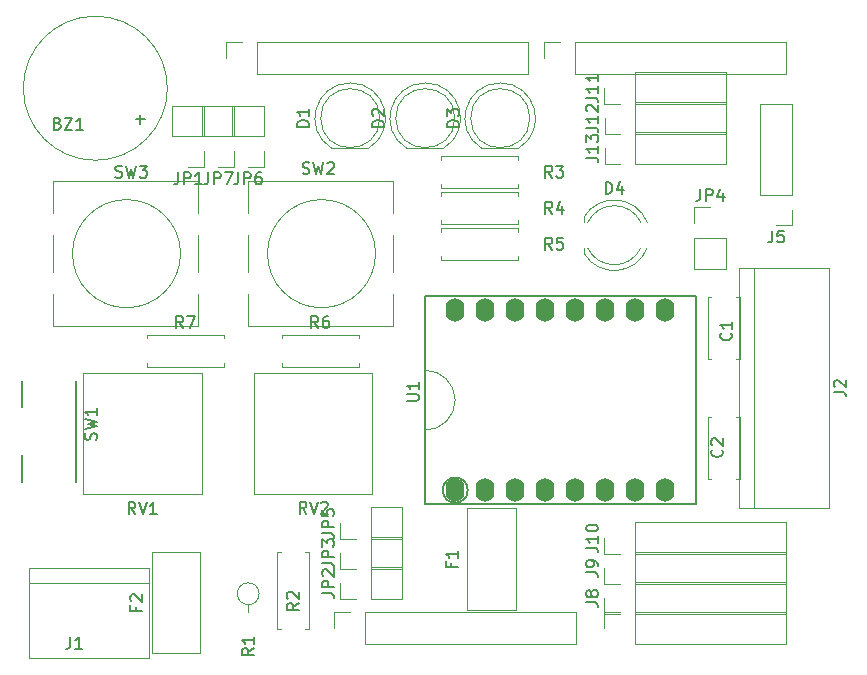
<source format=gbr>
%TF.GenerationSoftware,KiCad,Pcbnew,6.0.10-86aedd382b~118~ubuntu20.04.1*%
%TF.CreationDate,2023-01-05T13:57:26+01:00*%
%TF.ProjectId,BATConcho,42415443-6f6e-4636-986f-2e6b69636164,rev?*%
%TF.SameCoordinates,Original*%
%TF.FileFunction,Legend,Top*%
%TF.FilePolarity,Positive*%
%FSLAX46Y46*%
G04 Gerber Fmt 4.6, Leading zero omitted, Abs format (unit mm)*
G04 Created by KiCad (PCBNEW 6.0.10-86aedd382b~118~ubuntu20.04.1) date 2023-01-05 13:57:26*
%MOMM*%
%LPD*%
G01*
G04 APERTURE LIST*
%ADD10C,0.150000*%
%ADD11C,0.120000*%
%ADD12O,1.600000X2.000000*%
G04 APERTURE END LIST*
D10*
%TO.C,R2*%
X123566380Y-95340666D02*
X123090190Y-95674000D01*
X123566380Y-95912095D02*
X122566380Y-95912095D01*
X122566380Y-95531142D01*
X122614000Y-95435904D01*
X122661619Y-95388285D01*
X122756857Y-95340666D01*
X122899714Y-95340666D01*
X122994952Y-95388285D01*
X123042571Y-95435904D01*
X123090190Y-95531142D01*
X123090190Y-95912095D01*
X122661619Y-94959714D02*
X122614000Y-94912095D01*
X122566380Y-94816857D01*
X122566380Y-94578761D01*
X122614000Y-94483523D01*
X122661619Y-94435904D01*
X122756857Y-94388285D01*
X122852095Y-94388285D01*
X122994952Y-94435904D01*
X123566380Y-95007333D01*
X123566380Y-94388285D01*
%TO.C,J10*%
X147922380Y-90649523D02*
X148636666Y-90649523D01*
X148779523Y-90697142D01*
X148874761Y-90792380D01*
X148922380Y-90935238D01*
X148922380Y-91030476D01*
X148922380Y-89649523D02*
X148922380Y-90220952D01*
X148922380Y-89935238D02*
X147922380Y-89935238D01*
X148065238Y-90030476D01*
X148160476Y-90125714D01*
X148208095Y-90220952D01*
X147922380Y-89030476D02*
X147922380Y-88935238D01*
X147970000Y-88840000D01*
X148017619Y-88792380D01*
X148112857Y-88744761D01*
X148303333Y-88697142D01*
X148541428Y-88697142D01*
X148731904Y-88744761D01*
X148827142Y-88792380D01*
X148874761Y-88840000D01*
X148922380Y-88935238D01*
X148922380Y-89030476D01*
X148874761Y-89125714D01*
X148827142Y-89173333D01*
X148731904Y-89220952D01*
X148541428Y-89268571D01*
X148303333Y-89268571D01*
X148112857Y-89220952D01*
X148017619Y-89173333D01*
X147970000Y-89125714D01*
X147922380Y-89030476D01*
%TO.C,F1*%
X136504571Y-91951333D02*
X136504571Y-92284666D01*
X137028380Y-92284666D02*
X136028380Y-92284666D01*
X136028380Y-91808476D01*
X137028380Y-90903714D02*
X137028380Y-91475142D01*
X137028380Y-91189428D02*
X136028380Y-91189428D01*
X136171238Y-91284666D01*
X136266476Y-91379904D01*
X136314095Y-91475142D01*
%TO.C,J11*%
X147922380Y-52549523D02*
X148636666Y-52549523D01*
X148779523Y-52597142D01*
X148874761Y-52692380D01*
X148922380Y-52835238D01*
X148922380Y-52930476D01*
X148922380Y-51549523D02*
X148922380Y-52120952D01*
X148922380Y-51835238D02*
X147922380Y-51835238D01*
X148065238Y-51930476D01*
X148160476Y-52025714D01*
X148208095Y-52120952D01*
X148922380Y-50597142D02*
X148922380Y-51168571D01*
X148922380Y-50882857D02*
X147922380Y-50882857D01*
X148065238Y-50978095D01*
X148160476Y-51073333D01*
X148208095Y-51168571D01*
%TO.C,D4*%
X149558904Y-60678380D02*
X149558904Y-59678380D01*
X149797000Y-59678380D01*
X149939857Y-59726000D01*
X150035095Y-59821238D01*
X150082714Y-59916476D01*
X150130333Y-60106952D01*
X150130333Y-60249809D01*
X150082714Y-60440285D01*
X150035095Y-60535523D01*
X149939857Y-60630761D01*
X149797000Y-60678380D01*
X149558904Y-60678380D01*
X150987476Y-60011714D02*
X150987476Y-60678380D01*
X150749380Y-59630761D02*
X150511285Y-60345047D01*
X151130333Y-60345047D01*
%TO.C,SW2*%
X123906666Y-58954761D02*
X124049523Y-59002380D01*
X124287619Y-59002380D01*
X124382857Y-58954761D01*
X124430476Y-58907142D01*
X124478095Y-58811904D01*
X124478095Y-58716666D01*
X124430476Y-58621428D01*
X124382857Y-58573809D01*
X124287619Y-58526190D01*
X124097142Y-58478571D01*
X124001904Y-58430952D01*
X123954285Y-58383333D01*
X123906666Y-58288095D01*
X123906666Y-58192857D01*
X123954285Y-58097619D01*
X124001904Y-58050000D01*
X124097142Y-58002380D01*
X124335238Y-58002380D01*
X124478095Y-58050000D01*
X124811428Y-58002380D02*
X125049523Y-59002380D01*
X125240000Y-58288095D01*
X125430476Y-59002380D01*
X125668571Y-58002380D01*
X126001904Y-58097619D02*
X126049523Y-58050000D01*
X126144761Y-58002380D01*
X126382857Y-58002380D01*
X126478095Y-58050000D01*
X126525714Y-58097619D01*
X126573333Y-58192857D01*
X126573333Y-58288095D01*
X126525714Y-58430952D01*
X125954285Y-59002380D01*
X126573333Y-59002380D01*
%TO.C,RV2*%
X124234761Y-87752380D02*
X123901428Y-87276190D01*
X123663333Y-87752380D02*
X123663333Y-86752380D01*
X124044285Y-86752380D01*
X124139523Y-86800000D01*
X124187142Y-86847619D01*
X124234761Y-86942857D01*
X124234761Y-87085714D01*
X124187142Y-87180952D01*
X124139523Y-87228571D01*
X124044285Y-87276190D01*
X123663333Y-87276190D01*
X124520476Y-86752380D02*
X124853809Y-87752380D01*
X125187142Y-86752380D01*
X125472857Y-86847619D02*
X125520476Y-86800000D01*
X125615714Y-86752380D01*
X125853809Y-86752380D01*
X125949047Y-86800000D01*
X125996666Y-86847619D01*
X126044285Y-86942857D01*
X126044285Y-87038095D01*
X125996666Y-87180952D01*
X125425238Y-87752380D01*
X126044285Y-87752380D01*
%TO.C,D2*%
X130782380Y-55018095D02*
X129782380Y-55018095D01*
X129782380Y-54780000D01*
X129830000Y-54637142D01*
X129925238Y-54541904D01*
X130020476Y-54494285D01*
X130210952Y-54446666D01*
X130353809Y-54446666D01*
X130544285Y-54494285D01*
X130639523Y-54541904D01*
X130734761Y-54637142D01*
X130782380Y-54780000D01*
X130782380Y-55018095D01*
X129877619Y-54065714D02*
X129830000Y-54018095D01*
X129782380Y-53922857D01*
X129782380Y-53684761D01*
X129830000Y-53589523D01*
X129877619Y-53541904D01*
X129972857Y-53494285D01*
X130068095Y-53494285D01*
X130210952Y-53541904D01*
X130782380Y-54113333D01*
X130782380Y-53494285D01*
%TO.C,JP7*%
X115930666Y-58861380D02*
X115930666Y-59575666D01*
X115883047Y-59718523D01*
X115787809Y-59813761D01*
X115644952Y-59861380D01*
X115549714Y-59861380D01*
X116406857Y-59861380D02*
X116406857Y-58861380D01*
X116787809Y-58861380D01*
X116883047Y-58909000D01*
X116930666Y-58956619D01*
X116978285Y-59051857D01*
X116978285Y-59194714D01*
X116930666Y-59289952D01*
X116883047Y-59337571D01*
X116787809Y-59385190D01*
X116406857Y-59385190D01*
X117311619Y-58861380D02*
X117978285Y-58861380D01*
X117549714Y-59861380D01*
%TO.C,D3*%
X137132380Y-55018095D02*
X136132380Y-55018095D01*
X136132380Y-54780000D01*
X136180000Y-54637142D01*
X136275238Y-54541904D01*
X136370476Y-54494285D01*
X136560952Y-54446666D01*
X136703809Y-54446666D01*
X136894285Y-54494285D01*
X136989523Y-54541904D01*
X137084761Y-54637142D01*
X137132380Y-54780000D01*
X137132380Y-55018095D01*
X136132380Y-54113333D02*
X136132380Y-53494285D01*
X136513333Y-53827619D01*
X136513333Y-53684761D01*
X136560952Y-53589523D01*
X136608571Y-53541904D01*
X136703809Y-53494285D01*
X136941904Y-53494285D01*
X137037142Y-53541904D01*
X137084761Y-53589523D01*
X137132380Y-53684761D01*
X137132380Y-53970476D01*
X137084761Y-54065714D01*
X137037142Y-54113333D01*
%TO.C,JP2*%
X125570380Y-94483333D02*
X126284666Y-94483333D01*
X126427523Y-94530952D01*
X126522761Y-94626190D01*
X126570380Y-94769047D01*
X126570380Y-94864285D01*
X126570380Y-94007142D02*
X125570380Y-94007142D01*
X125570380Y-93626190D01*
X125618000Y-93530952D01*
X125665619Y-93483333D01*
X125760857Y-93435714D01*
X125903714Y-93435714D01*
X125998952Y-93483333D01*
X126046571Y-93530952D01*
X126094190Y-93626190D01*
X126094190Y-94007142D01*
X125665619Y-93054761D02*
X125618000Y-93007142D01*
X125570380Y-92911904D01*
X125570380Y-92673809D01*
X125618000Y-92578571D01*
X125665619Y-92530952D01*
X125760857Y-92483333D01*
X125856095Y-92483333D01*
X125998952Y-92530952D01*
X126570380Y-93102380D01*
X126570380Y-92483333D01*
%TO.C,J5*%
X163674666Y-63799380D02*
X163674666Y-64513666D01*
X163627047Y-64656523D01*
X163531809Y-64751761D01*
X163388952Y-64799380D01*
X163293714Y-64799380D01*
X164627047Y-63799380D02*
X164150857Y-63799380D01*
X164103238Y-64275571D01*
X164150857Y-64227952D01*
X164246095Y-64180333D01*
X164484190Y-64180333D01*
X164579428Y-64227952D01*
X164627047Y-64275571D01*
X164674666Y-64370809D01*
X164674666Y-64608904D01*
X164627047Y-64704142D01*
X164579428Y-64751761D01*
X164484190Y-64799380D01*
X164246095Y-64799380D01*
X164150857Y-64751761D01*
X164103238Y-64704142D01*
%TO.C,J13*%
X147932380Y-57629523D02*
X148646666Y-57629523D01*
X148789523Y-57677142D01*
X148884761Y-57772380D01*
X148932380Y-57915238D01*
X148932380Y-58010476D01*
X148932380Y-56629523D02*
X148932380Y-57200952D01*
X148932380Y-56915238D02*
X147932380Y-56915238D01*
X148075238Y-57010476D01*
X148170476Y-57105714D01*
X148218095Y-57200952D01*
X147932380Y-56296190D02*
X147932380Y-55677142D01*
X148313333Y-56010476D01*
X148313333Y-55867619D01*
X148360952Y-55772380D01*
X148408571Y-55724761D01*
X148503809Y-55677142D01*
X148741904Y-55677142D01*
X148837142Y-55724761D01*
X148884761Y-55772380D01*
X148932380Y-55867619D01*
X148932380Y-56153333D01*
X148884761Y-56248571D01*
X148837142Y-56296190D01*
%TO.C,J12*%
X147932380Y-55089523D02*
X148646666Y-55089523D01*
X148789523Y-55137142D01*
X148884761Y-55232380D01*
X148932380Y-55375238D01*
X148932380Y-55470476D01*
X148932380Y-54089523D02*
X148932380Y-54660952D01*
X148932380Y-54375238D02*
X147932380Y-54375238D01*
X148075238Y-54470476D01*
X148170476Y-54565714D01*
X148218095Y-54660952D01*
X148027619Y-53708571D02*
X147980000Y-53660952D01*
X147932380Y-53565714D01*
X147932380Y-53327619D01*
X147980000Y-53232380D01*
X148027619Y-53184761D01*
X148122857Y-53137142D01*
X148218095Y-53137142D01*
X148360952Y-53184761D01*
X148932380Y-53756190D01*
X148932380Y-53137142D01*
%TO.C,SW3*%
X108064666Y-59256761D02*
X108207523Y-59304380D01*
X108445619Y-59304380D01*
X108540857Y-59256761D01*
X108588476Y-59209142D01*
X108636095Y-59113904D01*
X108636095Y-59018666D01*
X108588476Y-58923428D01*
X108540857Y-58875809D01*
X108445619Y-58828190D01*
X108255142Y-58780571D01*
X108159904Y-58732952D01*
X108112285Y-58685333D01*
X108064666Y-58590095D01*
X108064666Y-58494857D01*
X108112285Y-58399619D01*
X108159904Y-58352000D01*
X108255142Y-58304380D01*
X108493238Y-58304380D01*
X108636095Y-58352000D01*
X108969428Y-58304380D02*
X109207523Y-59304380D01*
X109398000Y-58590095D01*
X109588476Y-59304380D01*
X109826571Y-58304380D01*
X110112285Y-58304380D02*
X110731333Y-58304380D01*
X110398000Y-58685333D01*
X110540857Y-58685333D01*
X110636095Y-58732952D01*
X110683714Y-58780571D01*
X110731333Y-58875809D01*
X110731333Y-59113904D01*
X110683714Y-59209142D01*
X110636095Y-59256761D01*
X110540857Y-59304380D01*
X110255142Y-59304380D01*
X110159904Y-59256761D01*
X110112285Y-59209142D01*
%TO.C,D1*%
X124432380Y-55018095D02*
X123432380Y-55018095D01*
X123432380Y-54780000D01*
X123480000Y-54637142D01*
X123575238Y-54541904D01*
X123670476Y-54494285D01*
X123860952Y-54446666D01*
X124003809Y-54446666D01*
X124194285Y-54494285D01*
X124289523Y-54541904D01*
X124384761Y-54637142D01*
X124432380Y-54780000D01*
X124432380Y-55018095D01*
X124432380Y-53494285D02*
X124432380Y-54065714D01*
X124432380Y-53780000D02*
X123432380Y-53780000D01*
X123575238Y-53875238D01*
X123670476Y-53970476D01*
X123718095Y-54065714D01*
%TO.C,JP6*%
X118470666Y-58861380D02*
X118470666Y-59575666D01*
X118423047Y-59718523D01*
X118327809Y-59813761D01*
X118184952Y-59861380D01*
X118089714Y-59861380D01*
X118946857Y-59861380D02*
X118946857Y-58861380D01*
X119327809Y-58861380D01*
X119423047Y-58909000D01*
X119470666Y-58956619D01*
X119518285Y-59051857D01*
X119518285Y-59194714D01*
X119470666Y-59289952D01*
X119423047Y-59337571D01*
X119327809Y-59385190D01*
X118946857Y-59385190D01*
X120375428Y-58861380D02*
X120184952Y-58861380D01*
X120089714Y-58909000D01*
X120042095Y-58956619D01*
X119946857Y-59099476D01*
X119899238Y-59289952D01*
X119899238Y-59670904D01*
X119946857Y-59766142D01*
X119994476Y-59813761D01*
X120089714Y-59861380D01*
X120280190Y-59861380D01*
X120375428Y-59813761D01*
X120423047Y-59766142D01*
X120470666Y-59670904D01*
X120470666Y-59432809D01*
X120423047Y-59337571D01*
X120375428Y-59289952D01*
X120280190Y-59242333D01*
X120089714Y-59242333D01*
X119994476Y-59289952D01*
X119946857Y-59337571D01*
X119899238Y-59432809D01*
%TO.C,R7*%
X113803333Y-72047380D02*
X113470000Y-71571190D01*
X113231904Y-72047380D02*
X113231904Y-71047380D01*
X113612857Y-71047380D01*
X113708095Y-71095000D01*
X113755714Y-71142619D01*
X113803333Y-71237857D01*
X113803333Y-71380714D01*
X113755714Y-71475952D01*
X113708095Y-71523571D01*
X113612857Y-71571190D01*
X113231904Y-71571190D01*
X114136666Y-71047380D02*
X114803333Y-71047380D01*
X114374761Y-72047380D01*
%TO.C,C1*%
X160174142Y-72480666D02*
X160221761Y-72528285D01*
X160269380Y-72671142D01*
X160269380Y-72766380D01*
X160221761Y-72909238D01*
X160126523Y-73004476D01*
X160031285Y-73052095D01*
X159840809Y-73099714D01*
X159697952Y-73099714D01*
X159507476Y-73052095D01*
X159412238Y-73004476D01*
X159317000Y-72909238D01*
X159269380Y-72766380D01*
X159269380Y-72671142D01*
X159317000Y-72528285D01*
X159364619Y-72480666D01*
X160269380Y-71528285D02*
X160269380Y-72099714D01*
X160269380Y-71814000D02*
X159269380Y-71814000D01*
X159412238Y-71909238D01*
X159507476Y-72004476D01*
X159555095Y-72099714D01*
%TO.C,C2*%
X159412142Y-82346666D02*
X159459761Y-82394285D01*
X159507380Y-82537142D01*
X159507380Y-82632380D01*
X159459761Y-82775238D01*
X159364523Y-82870476D01*
X159269285Y-82918095D01*
X159078809Y-82965714D01*
X158935952Y-82965714D01*
X158745476Y-82918095D01*
X158650238Y-82870476D01*
X158555000Y-82775238D01*
X158507380Y-82632380D01*
X158507380Y-82537142D01*
X158555000Y-82394285D01*
X158602619Y-82346666D01*
X158602619Y-81965714D02*
X158555000Y-81918095D01*
X158507380Y-81822857D01*
X158507380Y-81584761D01*
X158555000Y-81489523D01*
X158602619Y-81441904D01*
X158697857Y-81394285D01*
X158793095Y-81394285D01*
X158935952Y-81441904D01*
X159507380Y-82013333D01*
X159507380Y-81394285D01*
%TO.C,R6*%
X125233333Y-72047380D02*
X124900000Y-71571190D01*
X124661904Y-72047380D02*
X124661904Y-71047380D01*
X125042857Y-71047380D01*
X125138095Y-71095000D01*
X125185714Y-71142619D01*
X125233333Y-71237857D01*
X125233333Y-71380714D01*
X125185714Y-71475952D01*
X125138095Y-71523571D01*
X125042857Y-71571190D01*
X124661904Y-71571190D01*
X126090476Y-71047380D02*
X125900000Y-71047380D01*
X125804761Y-71095000D01*
X125757142Y-71142619D01*
X125661904Y-71285476D01*
X125614285Y-71475952D01*
X125614285Y-71856904D01*
X125661904Y-71952142D01*
X125709523Y-71999761D01*
X125804761Y-72047380D01*
X125995238Y-72047380D01*
X126090476Y-71999761D01*
X126138095Y-71952142D01*
X126185714Y-71856904D01*
X126185714Y-71618809D01*
X126138095Y-71523571D01*
X126090476Y-71475952D01*
X125995238Y-71428333D01*
X125804761Y-71428333D01*
X125709523Y-71475952D01*
X125661904Y-71523571D01*
X125614285Y-71618809D01*
%TO.C,JP5*%
X125570380Y-89403333D02*
X126284666Y-89403333D01*
X126427523Y-89450952D01*
X126522761Y-89546190D01*
X126570380Y-89689047D01*
X126570380Y-89784285D01*
X126570380Y-88927142D02*
X125570380Y-88927142D01*
X125570380Y-88546190D01*
X125618000Y-88450952D01*
X125665619Y-88403333D01*
X125760857Y-88355714D01*
X125903714Y-88355714D01*
X125998952Y-88403333D01*
X126046571Y-88450952D01*
X126094190Y-88546190D01*
X126094190Y-88927142D01*
X125570380Y-87450952D02*
X125570380Y-87927142D01*
X126046571Y-87974761D01*
X125998952Y-87927142D01*
X125951333Y-87831904D01*
X125951333Y-87593809D01*
X125998952Y-87498571D01*
X126046571Y-87450952D01*
X126141809Y-87403333D01*
X126379904Y-87403333D01*
X126475142Y-87450952D01*
X126522761Y-87498571D01*
X126570380Y-87593809D01*
X126570380Y-87831904D01*
X126522761Y-87927142D01*
X126475142Y-87974761D01*
%TO.C,R3*%
X145045333Y-59304380D02*
X144712000Y-58828190D01*
X144473904Y-59304380D02*
X144473904Y-58304380D01*
X144854857Y-58304380D01*
X144950095Y-58352000D01*
X144997714Y-58399619D01*
X145045333Y-58494857D01*
X145045333Y-58637714D01*
X144997714Y-58732952D01*
X144950095Y-58780571D01*
X144854857Y-58828190D01*
X144473904Y-58828190D01*
X145378666Y-58304380D02*
X145997714Y-58304380D01*
X145664380Y-58685333D01*
X145807238Y-58685333D01*
X145902476Y-58732952D01*
X145950095Y-58780571D01*
X145997714Y-58875809D01*
X145997714Y-59113904D01*
X145950095Y-59209142D01*
X145902476Y-59256761D01*
X145807238Y-59304380D01*
X145521523Y-59304380D01*
X145426285Y-59256761D01*
X145378666Y-59209142D01*
%TO.C,R1*%
X119756380Y-99150666D02*
X119280190Y-99484000D01*
X119756380Y-99722095D02*
X118756380Y-99722095D01*
X118756380Y-99341142D01*
X118804000Y-99245904D01*
X118851619Y-99198285D01*
X118946857Y-99150666D01*
X119089714Y-99150666D01*
X119184952Y-99198285D01*
X119232571Y-99245904D01*
X119280190Y-99341142D01*
X119280190Y-99722095D01*
X119756380Y-98198285D02*
X119756380Y-98769714D01*
X119756380Y-98484000D02*
X118756380Y-98484000D01*
X118899238Y-98579238D01*
X118994476Y-98674476D01*
X119042095Y-98769714D01*
%TO.C,JP1*%
X113390666Y-58861380D02*
X113390666Y-59575666D01*
X113343047Y-59718523D01*
X113247809Y-59813761D01*
X113104952Y-59861380D01*
X113009714Y-59861380D01*
X113866857Y-59861380D02*
X113866857Y-58861380D01*
X114247809Y-58861380D01*
X114343047Y-58909000D01*
X114390666Y-58956619D01*
X114438285Y-59051857D01*
X114438285Y-59194714D01*
X114390666Y-59289952D01*
X114343047Y-59337571D01*
X114247809Y-59385190D01*
X113866857Y-59385190D01*
X115390666Y-59861380D02*
X114819238Y-59861380D01*
X115104952Y-59861380D02*
X115104952Y-58861380D01*
X115009714Y-59004238D01*
X114914476Y-59099476D01*
X114819238Y-59147095D01*
%TO.C,F2*%
X109796571Y-95644333D02*
X109796571Y-95977666D01*
X110320380Y-95977666D02*
X109320380Y-95977666D01*
X109320380Y-95501476D01*
X109415619Y-95168142D02*
X109368000Y-95120523D01*
X109320380Y-95025285D01*
X109320380Y-94787190D01*
X109368000Y-94691952D01*
X109415619Y-94644333D01*
X109510857Y-94596714D01*
X109606095Y-94596714D01*
X109748952Y-94644333D01*
X110320380Y-95215761D01*
X110320380Y-94596714D01*
%TO.C,RV1*%
X109753761Y-87799380D02*
X109420428Y-87323190D01*
X109182333Y-87799380D02*
X109182333Y-86799380D01*
X109563285Y-86799380D01*
X109658523Y-86847000D01*
X109706142Y-86894619D01*
X109753761Y-86989857D01*
X109753761Y-87132714D01*
X109706142Y-87227952D01*
X109658523Y-87275571D01*
X109563285Y-87323190D01*
X109182333Y-87323190D01*
X110039476Y-86799380D02*
X110372809Y-87799380D01*
X110706142Y-86799380D01*
X111563285Y-87799380D02*
X110991857Y-87799380D01*
X111277571Y-87799380D02*
X111277571Y-86799380D01*
X111182333Y-86942238D01*
X111087095Y-87037476D01*
X110991857Y-87085095D01*
%TO.C,BZ1*%
X103183047Y-54716571D02*
X103325904Y-54764190D01*
X103373523Y-54811809D01*
X103421142Y-54907047D01*
X103421142Y-55049904D01*
X103373523Y-55145142D01*
X103325904Y-55192761D01*
X103230666Y-55240380D01*
X102849714Y-55240380D01*
X102849714Y-54240380D01*
X103183047Y-54240380D01*
X103278285Y-54288000D01*
X103325904Y-54335619D01*
X103373523Y-54430857D01*
X103373523Y-54526095D01*
X103325904Y-54621333D01*
X103278285Y-54668952D01*
X103183047Y-54716571D01*
X102849714Y-54716571D01*
X103754476Y-54240380D02*
X104421142Y-54240380D01*
X103754476Y-55240380D01*
X104421142Y-55240380D01*
X105325904Y-55240380D02*
X104754476Y-55240380D01*
X105040190Y-55240380D02*
X105040190Y-54240380D01*
X104944952Y-54383238D01*
X104849714Y-54478476D01*
X104754476Y-54526095D01*
X109789047Y-54351428D02*
X110550952Y-54351428D01*
X110170000Y-54732380D02*
X110170000Y-53970476D01*
%TO.C,SW1*%
X106417761Y-81524333D02*
X106465380Y-81381476D01*
X106465380Y-81143380D01*
X106417761Y-81048142D01*
X106370142Y-81000523D01*
X106274904Y-80952904D01*
X106179666Y-80952904D01*
X106084428Y-81000523D01*
X106036809Y-81048142D01*
X105989190Y-81143380D01*
X105941571Y-81333857D01*
X105893952Y-81429095D01*
X105846333Y-81476714D01*
X105751095Y-81524333D01*
X105655857Y-81524333D01*
X105560619Y-81476714D01*
X105513000Y-81429095D01*
X105465380Y-81333857D01*
X105465380Y-81095761D01*
X105513000Y-80952904D01*
X105465380Y-80619571D02*
X106465380Y-80381476D01*
X105751095Y-80191000D01*
X106465380Y-80000523D01*
X105465380Y-79762428D01*
X106465380Y-78857666D02*
X106465380Y-79429095D01*
X106465380Y-79143380D02*
X105465380Y-79143380D01*
X105608238Y-79238619D01*
X105703476Y-79333857D01*
X105751095Y-79429095D01*
%TO.C,J2*%
X168895380Y-77453333D02*
X169609666Y-77453333D01*
X169752523Y-77500952D01*
X169847761Y-77596190D01*
X169895380Y-77739047D01*
X169895380Y-77834285D01*
X168990619Y-77024761D02*
X168943000Y-76977142D01*
X168895380Y-76881904D01*
X168895380Y-76643809D01*
X168943000Y-76548571D01*
X168990619Y-76500952D01*
X169085857Y-76453333D01*
X169181095Y-76453333D01*
X169323952Y-76500952D01*
X169895380Y-77072380D01*
X169895380Y-76453333D01*
%TO.C,J1*%
X104238666Y-98182380D02*
X104238666Y-98896666D01*
X104191047Y-99039523D01*
X104095809Y-99134761D01*
X103952952Y-99182380D01*
X103857714Y-99182380D01*
X105238666Y-99182380D02*
X104667238Y-99182380D01*
X104952952Y-99182380D02*
X104952952Y-98182380D01*
X104857714Y-98325238D01*
X104762476Y-98420476D01*
X104667238Y-98468095D01*
%TO.C,R4*%
X145045333Y-62352380D02*
X144712000Y-61876190D01*
X144473904Y-62352380D02*
X144473904Y-61352380D01*
X144854857Y-61352380D01*
X144950095Y-61400000D01*
X144997714Y-61447619D01*
X145045333Y-61542857D01*
X145045333Y-61685714D01*
X144997714Y-61780952D01*
X144950095Y-61828571D01*
X144854857Y-61876190D01*
X144473904Y-61876190D01*
X145902476Y-61685714D02*
X145902476Y-62352380D01*
X145664380Y-61304761D02*
X145426285Y-62019047D01*
X146045333Y-62019047D01*
%TO.C,R5*%
X145045333Y-65400380D02*
X144712000Y-64924190D01*
X144473904Y-65400380D02*
X144473904Y-64400380D01*
X144854857Y-64400380D01*
X144950095Y-64448000D01*
X144997714Y-64495619D01*
X145045333Y-64590857D01*
X145045333Y-64733714D01*
X144997714Y-64828952D01*
X144950095Y-64876571D01*
X144854857Y-64924190D01*
X144473904Y-64924190D01*
X145950095Y-64400380D02*
X145473904Y-64400380D01*
X145426285Y-64876571D01*
X145473904Y-64828952D01*
X145569142Y-64781333D01*
X145807238Y-64781333D01*
X145902476Y-64828952D01*
X145950095Y-64876571D01*
X145997714Y-64971809D01*
X145997714Y-65209904D01*
X145950095Y-65305142D01*
X145902476Y-65352761D01*
X145807238Y-65400380D01*
X145569142Y-65400380D01*
X145473904Y-65352761D01*
X145426285Y-65305142D01*
%TO.C,JP3*%
X125565380Y-91943333D02*
X126279666Y-91943333D01*
X126422523Y-91990952D01*
X126517761Y-92086190D01*
X126565380Y-92229047D01*
X126565380Y-92324285D01*
X126565380Y-91467142D02*
X125565380Y-91467142D01*
X125565380Y-91086190D01*
X125613000Y-90990952D01*
X125660619Y-90943333D01*
X125755857Y-90895714D01*
X125898714Y-90895714D01*
X125993952Y-90943333D01*
X126041571Y-90990952D01*
X126089190Y-91086190D01*
X126089190Y-91467142D01*
X125565380Y-90562380D02*
X125565380Y-89943333D01*
X125946333Y-90276666D01*
X125946333Y-90133809D01*
X125993952Y-90038571D01*
X126041571Y-89990952D01*
X126136809Y-89943333D01*
X126374904Y-89943333D01*
X126470142Y-89990952D01*
X126517761Y-90038571D01*
X126565380Y-90133809D01*
X126565380Y-90419523D01*
X126517761Y-90514761D01*
X126470142Y-90562380D01*
%TO.C,J8*%
X147922380Y-95253333D02*
X148636666Y-95253333D01*
X148779523Y-95300952D01*
X148874761Y-95396190D01*
X148922380Y-95539047D01*
X148922380Y-95634285D01*
X148350952Y-94634285D02*
X148303333Y-94729523D01*
X148255714Y-94777142D01*
X148160476Y-94824761D01*
X148112857Y-94824761D01*
X148017619Y-94777142D01*
X147970000Y-94729523D01*
X147922380Y-94634285D01*
X147922380Y-94443809D01*
X147970000Y-94348571D01*
X148017619Y-94300952D01*
X148112857Y-94253333D01*
X148160476Y-94253333D01*
X148255714Y-94300952D01*
X148303333Y-94348571D01*
X148350952Y-94443809D01*
X148350952Y-94634285D01*
X148398571Y-94729523D01*
X148446190Y-94777142D01*
X148541428Y-94824761D01*
X148731904Y-94824761D01*
X148827142Y-94777142D01*
X148874761Y-94729523D01*
X148922380Y-94634285D01*
X148922380Y-94443809D01*
X148874761Y-94348571D01*
X148827142Y-94300952D01*
X148731904Y-94253333D01*
X148541428Y-94253333D01*
X148446190Y-94300952D01*
X148398571Y-94348571D01*
X148350952Y-94443809D01*
%TO.C,U1*%
X132742380Y-78217904D02*
X133551904Y-78217904D01*
X133647142Y-78170285D01*
X133694761Y-78122666D01*
X133742380Y-78027428D01*
X133742380Y-77836952D01*
X133694761Y-77741714D01*
X133647142Y-77694095D01*
X133551904Y-77646476D01*
X132742380Y-77646476D01*
X133742380Y-76646476D02*
X133742380Y-77217904D01*
X133742380Y-76932190D02*
X132742380Y-76932190D01*
X132885238Y-77027428D01*
X132980476Y-77122666D01*
X133028095Y-77217904D01*
%TO.C,JP4*%
X157586666Y-60292380D02*
X157586666Y-61006666D01*
X157539047Y-61149523D01*
X157443809Y-61244761D01*
X157300952Y-61292380D01*
X157205714Y-61292380D01*
X158062857Y-61292380D02*
X158062857Y-60292380D01*
X158443809Y-60292380D01*
X158539047Y-60340000D01*
X158586666Y-60387619D01*
X158634285Y-60482857D01*
X158634285Y-60625714D01*
X158586666Y-60720952D01*
X158539047Y-60768571D01*
X158443809Y-60816190D01*
X158062857Y-60816190D01*
X159491428Y-60625714D02*
X159491428Y-61292380D01*
X159253333Y-60244761D02*
X159015238Y-60959047D01*
X159634285Y-60959047D01*
%TO.C,J9*%
X147922380Y-92713333D02*
X148636666Y-92713333D01*
X148779523Y-92760952D01*
X148874761Y-92856190D01*
X148922380Y-92999047D01*
X148922380Y-93094285D01*
X148922380Y-92189523D02*
X148922380Y-91999047D01*
X148874761Y-91903809D01*
X148827142Y-91856190D01*
X148684285Y-91760952D01*
X148493809Y-91713333D01*
X148112857Y-91713333D01*
X148017619Y-91760952D01*
X147970000Y-91808571D01*
X147922380Y-91903809D01*
X147922380Y-92094285D01*
X147970000Y-92189523D01*
X148017619Y-92237142D01*
X148112857Y-92284761D01*
X148350952Y-92284761D01*
X148446190Y-92237142D01*
X148493809Y-92189523D01*
X148541428Y-92094285D01*
X148541428Y-91903809D01*
X148493809Y-91808571D01*
X148446190Y-91760952D01*
X148350952Y-91713333D01*
D11*
%TO.C,J4*%
X147050000Y-98790000D02*
X147050000Y-96130000D01*
X129210000Y-96130000D02*
X147050000Y-96130000D01*
X129210000Y-98790000D02*
X129210000Y-96130000D01*
X126610000Y-97460000D02*
X126610000Y-96130000D01*
X126610000Y-96130000D02*
X127940000Y-96130000D01*
X129210000Y-98790000D02*
X147050000Y-98790000D01*
%TO.C,J6*%
X152070000Y-96130000D02*
X164830000Y-96130000D01*
X149470000Y-97460000D02*
X149470000Y-96130000D01*
X152070000Y-98790000D02*
X152070000Y-96130000D01*
X152070000Y-98790000D02*
X164830000Y-98790000D01*
X164830000Y-98790000D02*
X164830000Y-96130000D01*
X149470000Y-96130000D02*
X150800000Y-96130000D01*
%TO.C,J3*%
X142986000Y-50530000D02*
X142986000Y-47870000D01*
X120066000Y-50530000D02*
X142986000Y-50530000D01*
X117466000Y-47870000D02*
X118796000Y-47870000D01*
X117466000Y-49200000D02*
X117466000Y-47870000D01*
X120066000Y-47870000D02*
X142986000Y-47870000D01*
X120066000Y-50530000D02*
X120066000Y-47870000D01*
%TO.C,J7*%
X164830000Y-50530000D02*
X164830000Y-47870000D01*
X146990000Y-50530000D02*
X164830000Y-50530000D01*
X144390000Y-49200000D02*
X144390000Y-47870000D01*
X146990000Y-50530000D02*
X146990000Y-47870000D01*
X144390000Y-47870000D02*
X145720000Y-47870000D01*
X146990000Y-47870000D02*
X164830000Y-47870000D01*
%TO.C,R2*%
X122074000Y-97555000D02*
X121744000Y-97555000D01*
X121744000Y-91015000D02*
X122074000Y-91015000D01*
X124484000Y-97555000D02*
X124484000Y-91015000D01*
X124154000Y-97555000D02*
X124484000Y-97555000D01*
X121744000Y-97555000D02*
X121744000Y-91015000D01*
X124484000Y-91015000D02*
X124154000Y-91015000D01*
%TO.C,J10*%
X150800000Y-91170000D02*
X149470000Y-91170000D01*
X152070000Y-91170000D02*
X164830000Y-91170000D01*
X152070000Y-91170000D02*
X152070000Y-88510000D01*
X149470000Y-91170000D02*
X149470000Y-89840000D01*
X164830000Y-91170000D02*
X164830000Y-88510000D01*
X152070000Y-88510000D02*
X164830000Y-88510000D01*
%TO.C,F1*%
X137866000Y-87308000D02*
X141966000Y-87308000D01*
X137866000Y-95908000D02*
X141966000Y-95908000D01*
X137866000Y-95908000D02*
X137866000Y-87308000D01*
X141966000Y-95908000D02*
X141966000Y-87308000D01*
%TO.C,J11*%
X152070000Y-53070000D02*
X159750000Y-53070000D01*
X159750000Y-53070000D02*
X159750000Y-50410000D01*
X152070000Y-50410000D02*
X159750000Y-50410000D01*
X149470000Y-53070000D02*
X149470000Y-51740000D01*
X152070000Y-53070000D02*
X152070000Y-50410000D01*
X150800000Y-53070000D02*
X149470000Y-53070000D01*
%TO.C,D4*%
X147737000Y-62641000D02*
X147737000Y-63106000D01*
X147737000Y-65266000D02*
X147737000Y-65731000D01*
X153084815Y-63105173D02*
G75*
G03*
X147737000Y-62641170I-2787815J-1080827D01*
G01*
X148042316Y-65266000D02*
G75*
G03*
X152551479Y-65266429I2254684J1080000D01*
G01*
X147737000Y-65730830D02*
G75*
G03*
X153084815Y-65266827I2560000J1544830D01*
G01*
X152551479Y-63105571D02*
G75*
G03*
X148042316Y-63106000I-2254479J-1080429D01*
G01*
%TO.C,SW2*%
X119260000Y-67280000D02*
X119260000Y-64140000D01*
X131560000Y-69140000D02*
X131560000Y-71860000D01*
X119260000Y-71860000D02*
X119260000Y-69140000D01*
X131560000Y-59560000D02*
X131560000Y-62280000D01*
X119260000Y-62280000D02*
X119260000Y-59560000D01*
X119260000Y-59560000D02*
X131560000Y-59560000D01*
X131560000Y-71860000D02*
X119260000Y-71860000D01*
X131560000Y-64140000D02*
X131560000Y-67280000D01*
X130089050Y-65750000D02*
G75*
G03*
X130089050Y-65750000I-4579050J0D01*
G01*
%TO.C,RV2*%
X120865000Y-75830000D02*
X119770000Y-75830000D01*
X129811000Y-75830000D02*
X129811000Y-86070000D01*
X129811000Y-75830000D02*
X128716000Y-75830000D01*
X123365000Y-86070000D02*
X119770000Y-86070000D01*
X125864000Y-75830000D02*
X123715000Y-75830000D01*
X126215000Y-86070000D02*
X123365000Y-86070000D01*
X129811000Y-86070000D02*
X126215000Y-86070000D01*
X119770000Y-75830000D02*
X119770000Y-86070000D01*
X128716000Y-75830000D02*
X125864000Y-75830000D01*
X123715000Y-75830000D02*
X120865000Y-75830000D01*
%TO.C,D2*%
X132745000Y-56840000D02*
X135835000Y-56840000D01*
X134290462Y-51290000D02*
G75*
G03*
X132745170Y-56840000I-462J-2990000D01*
G01*
X135834830Y-56840000D02*
G75*
G03*
X134289538Y-51290000I-1544830J2560000D01*
G01*
X136790000Y-54280000D02*
G75*
G03*
X136790000Y-54280000I-2500000J0D01*
G01*
%TO.C,JP7*%
X115434000Y-55809000D02*
X115434000Y-53209000D01*
X118094000Y-55809000D02*
X115434000Y-55809000D01*
X118094000Y-55809000D02*
X118094000Y-53209000D01*
X118094000Y-57079000D02*
X118094000Y-58409000D01*
X118094000Y-53209000D02*
X115434000Y-53209000D01*
X118094000Y-58409000D02*
X116764000Y-58409000D01*
%TO.C,D3*%
X139095000Y-56840000D02*
X142185000Y-56840000D01*
X140640462Y-51290000D02*
G75*
G03*
X139095170Y-56840000I-462J-2990000D01*
G01*
X142184830Y-56840000D02*
G75*
G03*
X140639538Y-51290000I-1544830J2560000D01*
G01*
X143140000Y-54280000D02*
G75*
G03*
X143140000Y-54280000I-2500000J0D01*
G01*
%TO.C,JP2*%
X129718000Y-94980000D02*
X132318000Y-94980000D01*
X128448000Y-94980000D02*
X127118000Y-94980000D01*
X132318000Y-94980000D02*
X132318000Y-92320000D01*
X129718000Y-94980000D02*
X129718000Y-92320000D01*
X129718000Y-92320000D02*
X132318000Y-92320000D01*
X127118000Y-94980000D02*
X127118000Y-93650000D01*
%TO.C,J5*%
X165338000Y-60747000D02*
X162678000Y-60747000D01*
X165338000Y-60747000D02*
X165338000Y-53067000D01*
X162678000Y-60747000D02*
X162678000Y-53067000D01*
X165338000Y-63347000D02*
X164008000Y-63347000D01*
X165338000Y-53067000D02*
X162678000Y-53067000D01*
X165338000Y-62017000D02*
X165338000Y-63347000D01*
%TO.C,J13*%
X159760000Y-58150000D02*
X159760000Y-55490000D01*
X152080000Y-58150000D02*
X152080000Y-55490000D01*
X150810000Y-58150000D02*
X149480000Y-58150000D01*
X152080000Y-58150000D02*
X159760000Y-58150000D01*
X152080000Y-55490000D02*
X159760000Y-55490000D01*
X149480000Y-58150000D02*
X149480000Y-56820000D01*
%TO.C,J12*%
X152080000Y-55610000D02*
X152080000Y-52950000D01*
X152080000Y-55610000D02*
X159760000Y-55610000D01*
X149480000Y-55610000D02*
X149480000Y-54280000D01*
X150810000Y-55610000D02*
X149480000Y-55610000D01*
X159760000Y-55610000D02*
X159760000Y-52950000D01*
X152080000Y-52950000D02*
X159760000Y-52950000D01*
%TO.C,SW3*%
X115050000Y-59560000D02*
X115050000Y-62280000D01*
X102750000Y-67280000D02*
X102750000Y-64140000D01*
X115050000Y-71860000D02*
X102750000Y-71860000D01*
X102750000Y-71860000D02*
X102750000Y-69140000D01*
X115050000Y-69140000D02*
X115050000Y-71860000D01*
X102750000Y-59560000D02*
X115050000Y-59560000D01*
X102750000Y-62280000D02*
X102750000Y-59560000D01*
X115050000Y-64140000D02*
X115050000Y-67280000D01*
X113579050Y-65750000D02*
G75*
G03*
X113579050Y-65750000I-4579050J0D01*
G01*
%TO.C,D1*%
X126395000Y-56840000D02*
X129485000Y-56840000D01*
X127940462Y-51290000D02*
G75*
G03*
X126395170Y-56840000I-462J-2990000D01*
G01*
X129484830Y-56840000D02*
G75*
G03*
X127939538Y-51290000I-1544830J2560000D01*
G01*
X130440000Y-54280000D02*
G75*
G03*
X130440000Y-54280000I-2500000J0D01*
G01*
%TO.C,JP6*%
X117974000Y-55809000D02*
X117974000Y-53209000D01*
X120634000Y-55809000D02*
X117974000Y-55809000D01*
X120634000Y-53209000D02*
X117974000Y-53209000D01*
X120634000Y-55809000D02*
X120634000Y-53209000D01*
X120634000Y-58409000D02*
X119304000Y-58409000D01*
X120634000Y-57079000D02*
X120634000Y-58409000D01*
%TO.C,R7*%
X117240000Y-72595000D02*
X117240000Y-72925000D01*
X110700000Y-72925000D02*
X110700000Y-72595000D01*
X110700000Y-72595000D02*
X117240000Y-72595000D01*
X110700000Y-75335000D02*
X117240000Y-75335000D01*
X117240000Y-75335000D02*
X117240000Y-75005000D01*
X110700000Y-75005000D02*
X110700000Y-75335000D01*
%TO.C,C1*%
X158508000Y-74640000D02*
X158193000Y-74640000D01*
X160933000Y-74640000D02*
X160618000Y-74640000D01*
X158193000Y-69400000D02*
X158193000Y-74640000D01*
X158508000Y-69400000D02*
X158193000Y-69400000D01*
X160933000Y-69400000D02*
X160618000Y-69400000D01*
X160933000Y-69400000D02*
X160933000Y-74640000D01*
%TO.C,C2*%
X160933000Y-79560000D02*
X160933000Y-84800000D01*
X160933000Y-79560000D02*
X160618000Y-79560000D01*
X158193000Y-79560000D02*
X158193000Y-84800000D01*
X160933000Y-84800000D02*
X160618000Y-84800000D01*
X158508000Y-84800000D02*
X158193000Y-84800000D01*
X158508000Y-79560000D02*
X158193000Y-79560000D01*
%TO.C,R6*%
X122130000Y-75335000D02*
X128670000Y-75335000D01*
X122130000Y-75005000D02*
X122130000Y-75335000D01*
X128670000Y-72595000D02*
X128670000Y-72925000D01*
X128670000Y-75335000D02*
X128670000Y-75005000D01*
X122130000Y-72595000D02*
X128670000Y-72595000D01*
X122130000Y-72925000D02*
X122130000Y-72595000D01*
%TO.C,JP5*%
X129718000Y-87240000D02*
X132318000Y-87240000D01*
X132318000Y-89900000D02*
X132318000Y-87240000D01*
X127118000Y-89900000D02*
X127118000Y-88570000D01*
X128448000Y-89900000D02*
X127118000Y-89900000D01*
X129718000Y-89900000D02*
X129718000Y-87240000D01*
X129718000Y-89900000D02*
X132318000Y-89900000D01*
%TO.C,R3*%
X142132000Y-57482000D02*
X142132000Y-57812000D01*
X135592000Y-57812000D02*
X135592000Y-57482000D01*
X142132000Y-60222000D02*
X142132000Y-59892000D01*
X135592000Y-57482000D02*
X142132000Y-57482000D01*
X135592000Y-60222000D02*
X142132000Y-60222000D01*
X135592000Y-59892000D02*
X135592000Y-60222000D01*
%TO.C,R1*%
X119304000Y-95459000D02*
X119304000Y-96079000D01*
X120224000Y-94539000D02*
G75*
G03*
X120224000Y-94539000I-920000J0D01*
G01*
%TO.C,JP1*%
X112894000Y-55809000D02*
X112894000Y-53209000D01*
X115554000Y-58409000D02*
X114224000Y-58409000D01*
X115554000Y-53209000D02*
X112894000Y-53209000D01*
X115554000Y-55809000D02*
X115554000Y-53209000D01*
X115554000Y-55809000D02*
X112894000Y-55809000D01*
X115554000Y-57079000D02*
X115554000Y-58409000D01*
%TO.C,F2*%
X111158000Y-99601000D02*
X115258000Y-99601000D01*
X111158000Y-99601000D02*
X111158000Y-91001000D01*
X111158000Y-91001000D02*
X115258000Y-91001000D01*
X115258000Y-99601000D02*
X115258000Y-91001000D01*
%TO.C,RV1*%
X114300000Y-75877000D02*
X111448000Y-75877000D01*
X105354000Y-75877000D02*
X105354000Y-86117000D01*
X111448000Y-75877000D02*
X109299000Y-75877000D01*
X108949000Y-86117000D02*
X105354000Y-86117000D01*
X115395000Y-86117000D02*
X111799000Y-86117000D01*
X106449000Y-75877000D02*
X105354000Y-75877000D01*
X109299000Y-75877000D02*
X106449000Y-75877000D01*
X115395000Y-75877000D02*
X114300000Y-75877000D01*
X111799000Y-86117000D02*
X108949000Y-86117000D01*
X115395000Y-75877000D02*
X115395000Y-86117000D01*
%TO.C,BZ1*%
X112460000Y-51740000D02*
G75*
G03*
X112460000Y-51740000I-6100000J0D01*
G01*
D10*
%TO.C,SW1*%
X100113000Y-82791000D02*
X100113000Y-85091000D01*
X104713000Y-76491000D02*
X104713000Y-85091000D01*
X100113000Y-76491000D02*
X100113000Y-78691000D01*
D11*
%TO.C,J2*%
X168453000Y-66980000D02*
X168453000Y-87300000D01*
X162103000Y-87300000D02*
X162103000Y-66980000D01*
X160833000Y-87300000D02*
X168453000Y-87300000D01*
X160833000Y-66980000D02*
X160833000Y-87300000D01*
X168453000Y-66980000D02*
X160833000Y-66980000D01*
%TO.C,J1*%
X100762000Y-100000000D02*
X110922000Y-100000000D01*
X110922000Y-92380000D02*
X100762000Y-92380000D01*
X100762000Y-92380000D02*
X100762000Y-100000000D01*
X110922000Y-100000000D02*
X110922000Y-92380000D01*
X100762000Y-93650000D02*
X110922000Y-93650000D01*
%TO.C,R4*%
X142132000Y-60530000D02*
X142132000Y-60860000D01*
X135592000Y-60860000D02*
X135592000Y-60530000D01*
X142132000Y-63270000D02*
X142132000Y-62940000D01*
X135592000Y-63270000D02*
X142132000Y-63270000D01*
X135592000Y-62940000D02*
X135592000Y-63270000D01*
X135592000Y-60530000D02*
X142132000Y-60530000D01*
%TO.C,R5*%
X135592000Y-63908000D02*
X135592000Y-63578000D01*
X135592000Y-66318000D02*
X142132000Y-66318000D01*
X142132000Y-63578000D02*
X142132000Y-63908000D01*
X142132000Y-66318000D02*
X142132000Y-65988000D01*
X135592000Y-63578000D02*
X142132000Y-63578000D01*
X135592000Y-65988000D02*
X135592000Y-66318000D01*
%TO.C,JP3*%
X129713000Y-92440000D02*
X129713000Y-89780000D01*
X128443000Y-92440000D02*
X127113000Y-92440000D01*
X132313000Y-92440000D02*
X132313000Y-89780000D01*
X127113000Y-92440000D02*
X127113000Y-91110000D01*
X129713000Y-89780000D02*
X132313000Y-89780000D01*
X129713000Y-92440000D02*
X132313000Y-92440000D01*
%TO.C,J8*%
X164830000Y-96250000D02*
X164830000Y-93590000D01*
X149470000Y-96250000D02*
X149470000Y-94920000D01*
X152070000Y-93590000D02*
X164830000Y-93590000D01*
X152070000Y-96250000D02*
X152070000Y-93590000D01*
X152070000Y-96250000D02*
X164830000Y-96250000D01*
X150800000Y-96250000D02*
X149470000Y-96250000D01*
D10*
%TO.C,U1*%
X134280000Y-86956000D02*
X157220000Y-86956000D01*
X157220000Y-86956000D02*
X157220000Y-69346000D01*
X134240000Y-86956000D02*
X134340000Y-86956000D01*
X134240000Y-69346000D02*
X134240000Y-86956000D01*
X157220000Y-69346000D02*
X134240000Y-69346000D01*
D11*
X134290000Y-80696492D02*
G75*
G03*
X134240000Y-75616000I0J2540492D01*
G01*
D10*
X137890660Y-85776000D02*
G75*
G03*
X137890660Y-85776000I-1060660J0D01*
G01*
D11*
%TO.C,JP4*%
X157090000Y-61840000D02*
X158420000Y-61840000D01*
X157090000Y-64440000D02*
X159750000Y-64440000D01*
X157090000Y-63170000D02*
X157090000Y-61840000D01*
X157090000Y-64440000D02*
X157090000Y-67040000D01*
X159750000Y-64440000D02*
X159750000Y-67040000D01*
X157090000Y-67040000D02*
X159750000Y-67040000D01*
%TO.C,J9*%
X152070000Y-91050000D02*
X164830000Y-91050000D01*
X149470000Y-93710000D02*
X149470000Y-92380000D01*
X150800000Y-93710000D02*
X149470000Y-93710000D01*
X152070000Y-93710000D02*
X152070000Y-91050000D01*
X164830000Y-93710000D02*
X164830000Y-91050000D01*
X152070000Y-93710000D02*
X164830000Y-93710000D01*
%TD*%
D12*
%TO.C,U1*%
X136830000Y-85776000D03*
X139370000Y-85776000D03*
X141910000Y-85776000D03*
X144450000Y-85776000D03*
X146990000Y-85776000D03*
X149530000Y-85776000D03*
X152070000Y-85776000D03*
X154610000Y-85776000D03*
X154610000Y-70536000D03*
X152070000Y-70536000D03*
X149530000Y-70536000D03*
X146990000Y-70536000D03*
X144450000Y-70536000D03*
X141910000Y-70536000D03*
X139370000Y-70536000D03*
X136830000Y-70536000D03*
%TD*%
M02*

</source>
